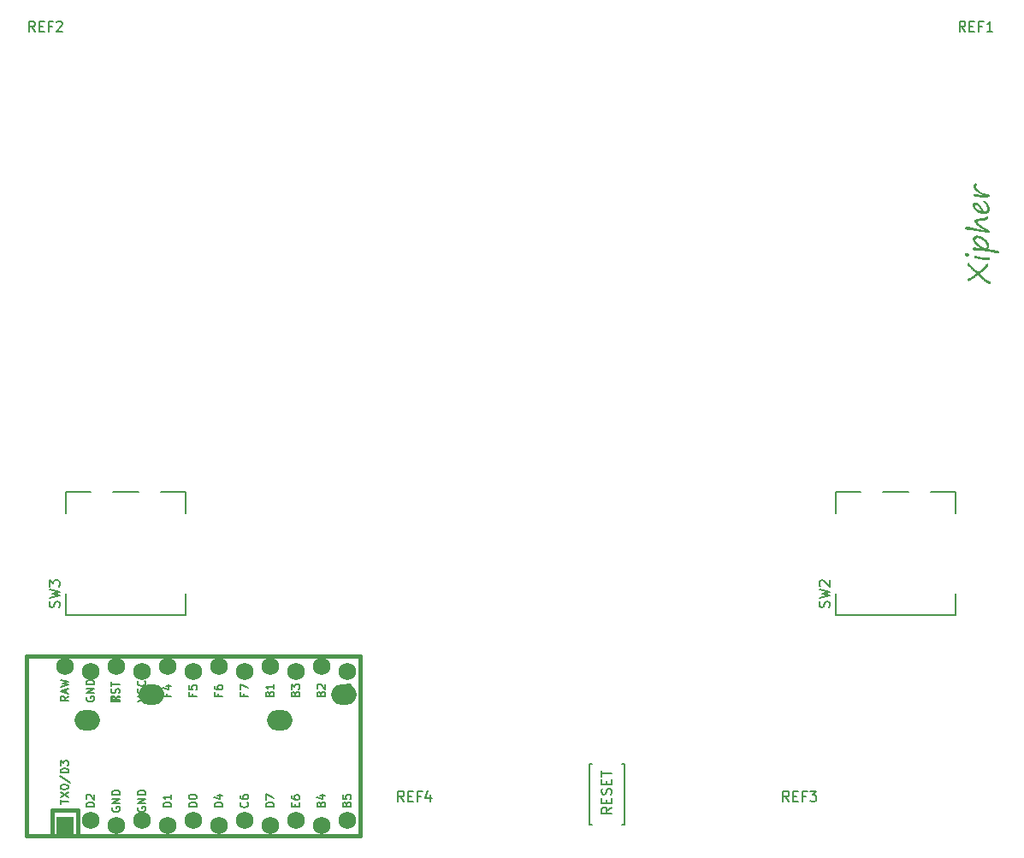
<source format=gto>
G04 #@! TF.GenerationSoftware,KiCad,Pcbnew,(6.0.1)*
G04 #@! TF.CreationDate,2022-02-24T19:14:04+09:00*
G04 #@! TF.ProjectId,xipher_kbd,78697068-6572-45f6-9b62-642e6b696361,rev?*
G04 #@! TF.SameCoordinates,Original*
G04 #@! TF.FileFunction,Legend,Top*
G04 #@! TF.FilePolarity,Positive*
%FSLAX46Y46*%
G04 Gerber Fmt 4.6, Leading zero omitted, Abs format (unit mm)*
G04 Created by KiCad (PCBNEW (6.0.1)) date 2022-02-24 19:14:04*
%MOMM*%
%LPD*%
G01*
G04 APERTURE LIST*
%ADD10C,0.150000*%
%ADD11C,0.200000*%
%ADD12C,0.160000*%
%ADD13C,0.381000*%
%ADD14O,2.500000X2.000000*%
%ADD15C,1.752600*%
%ADD16R,1.752600X1.752600*%
G04 APERTURE END LIST*
D10*
G04 #@! TO.C,REF4*
X70389880Y-124552380D02*
X70056547Y-124076190D01*
X69818452Y-124552380D02*
X69818452Y-123552380D01*
X70199404Y-123552380D01*
X70294642Y-123600000D01*
X70342261Y-123647619D01*
X70389880Y-123742857D01*
X70389880Y-123885714D01*
X70342261Y-123980952D01*
X70294642Y-124028571D01*
X70199404Y-124076190D01*
X69818452Y-124076190D01*
X70818452Y-124028571D02*
X71151785Y-124028571D01*
X71294642Y-124552380D02*
X70818452Y-124552380D01*
X70818452Y-123552380D01*
X71294642Y-123552380D01*
X72056547Y-124028571D02*
X71723214Y-124028571D01*
X71723214Y-124552380D02*
X71723214Y-123552380D01*
X72199404Y-123552380D01*
X73008928Y-123885714D02*
X73008928Y-124552380D01*
X72770833Y-123504761D02*
X72532738Y-124219047D01*
X73151785Y-124219047D01*
G04 #@! TO.C,REF3*
X108489880Y-124552380D02*
X108156547Y-124076190D01*
X107918452Y-124552380D02*
X107918452Y-123552380D01*
X108299404Y-123552380D01*
X108394642Y-123600000D01*
X108442261Y-123647619D01*
X108489880Y-123742857D01*
X108489880Y-123885714D01*
X108442261Y-123980952D01*
X108394642Y-124028571D01*
X108299404Y-124076190D01*
X107918452Y-124076190D01*
X108918452Y-124028571D02*
X109251785Y-124028571D01*
X109394642Y-124552380D02*
X108918452Y-124552380D01*
X108918452Y-123552380D01*
X109394642Y-123552380D01*
X110156547Y-124028571D02*
X109823214Y-124028571D01*
X109823214Y-124552380D02*
X109823214Y-123552380D01*
X110299404Y-123552380D01*
X110585119Y-123552380D02*
X111204166Y-123552380D01*
X110870833Y-123933333D01*
X111013690Y-123933333D01*
X111108928Y-123980952D01*
X111156547Y-124028571D01*
X111204166Y-124123809D01*
X111204166Y-124361904D01*
X111156547Y-124457142D01*
X111108928Y-124504761D01*
X111013690Y-124552380D01*
X110727976Y-124552380D01*
X110632738Y-124504761D01*
X110585119Y-124457142D01*
G04 #@! TO.C,REF2*
X33877380Y-48352380D02*
X33544047Y-47876190D01*
X33305952Y-48352380D02*
X33305952Y-47352380D01*
X33686904Y-47352380D01*
X33782142Y-47400000D01*
X33829761Y-47447619D01*
X33877380Y-47542857D01*
X33877380Y-47685714D01*
X33829761Y-47780952D01*
X33782142Y-47828571D01*
X33686904Y-47876190D01*
X33305952Y-47876190D01*
X34305952Y-47828571D02*
X34639285Y-47828571D01*
X34782142Y-48352380D02*
X34305952Y-48352380D01*
X34305952Y-47352380D01*
X34782142Y-47352380D01*
X35544047Y-47828571D02*
X35210714Y-47828571D01*
X35210714Y-48352380D02*
X35210714Y-47352380D01*
X35686904Y-47352380D01*
X36020238Y-47447619D02*
X36067857Y-47400000D01*
X36163095Y-47352380D01*
X36401190Y-47352380D01*
X36496428Y-47400000D01*
X36544047Y-47447619D01*
X36591666Y-47542857D01*
X36591666Y-47638095D01*
X36544047Y-47780952D01*
X35972619Y-48352380D01*
X36591666Y-48352380D01*
G04 #@! TO.C,REF1*
X125952380Y-48352380D02*
X125619047Y-47876190D01*
X125380952Y-48352380D02*
X125380952Y-47352380D01*
X125761904Y-47352380D01*
X125857142Y-47400000D01*
X125904761Y-47447619D01*
X125952380Y-47542857D01*
X125952380Y-47685714D01*
X125904761Y-47780952D01*
X125857142Y-47828571D01*
X125761904Y-47876190D01*
X125380952Y-47876190D01*
X126380952Y-47828571D02*
X126714285Y-47828571D01*
X126857142Y-48352380D02*
X126380952Y-48352380D01*
X126380952Y-47352380D01*
X126857142Y-47352380D01*
X127619047Y-47828571D02*
X127285714Y-47828571D01*
X127285714Y-48352380D02*
X127285714Y-47352380D01*
X127761904Y-47352380D01*
X128666666Y-48352380D02*
X128095238Y-48352380D01*
X128380952Y-48352380D02*
X128380952Y-47352380D01*
X128285714Y-47495238D01*
X128190476Y-47590476D01*
X128095238Y-47638095D01*
D11*
G04 #@! TO.C,SW2*
X112467261Y-105345833D02*
X112514880Y-105202976D01*
X112514880Y-104964880D01*
X112467261Y-104869642D01*
X112419642Y-104822023D01*
X112324404Y-104774404D01*
X112229166Y-104774404D01*
X112133928Y-104822023D01*
X112086309Y-104869642D01*
X112038690Y-104964880D01*
X111991071Y-105155357D01*
X111943452Y-105250595D01*
X111895833Y-105298214D01*
X111800595Y-105345833D01*
X111705357Y-105345833D01*
X111610119Y-105298214D01*
X111562500Y-105250595D01*
X111514880Y-105155357D01*
X111514880Y-104917261D01*
X111562500Y-104774404D01*
X111514880Y-104441071D02*
X112514880Y-104202976D01*
X111800595Y-104012500D01*
X112514880Y-103822023D01*
X111514880Y-103583928D01*
X111610119Y-103250595D02*
X111562500Y-103202976D01*
X111514880Y-103107738D01*
X111514880Y-102869642D01*
X111562500Y-102774404D01*
X111610119Y-102726785D01*
X111705357Y-102679166D01*
X111800595Y-102679166D01*
X111943452Y-102726785D01*
X112514880Y-103298214D01*
X112514880Y-102679166D01*
G04 #@! TO.C,SW3*
X36267261Y-105345833D02*
X36314880Y-105202976D01*
X36314880Y-104964880D01*
X36267261Y-104869642D01*
X36219642Y-104822023D01*
X36124404Y-104774404D01*
X36029166Y-104774404D01*
X35933928Y-104822023D01*
X35886309Y-104869642D01*
X35838690Y-104964880D01*
X35791071Y-105155357D01*
X35743452Y-105250595D01*
X35695833Y-105298214D01*
X35600595Y-105345833D01*
X35505357Y-105345833D01*
X35410119Y-105298214D01*
X35362500Y-105250595D01*
X35314880Y-105155357D01*
X35314880Y-104917261D01*
X35362500Y-104774404D01*
X35314880Y-104441071D02*
X36314880Y-104202976D01*
X35600595Y-104012500D01*
X36314880Y-103822023D01*
X35314880Y-103583928D01*
X35314880Y-103298214D02*
X35314880Y-102679166D01*
X35695833Y-103012500D01*
X35695833Y-102869642D01*
X35743452Y-102774404D01*
X35791071Y-102726785D01*
X35886309Y-102679166D01*
X36124404Y-102679166D01*
X36219642Y-102726785D01*
X36267261Y-102774404D01*
X36314880Y-102869642D01*
X36314880Y-103155357D01*
X36267261Y-103250595D01*
X36219642Y-103298214D01*
D10*
G04 #@! TO.C,U1*
X36391904Y-124824848D02*
X36391904Y-124367705D01*
X37191904Y-124596276D02*
X36391904Y-124596276D01*
X36391904Y-124177229D02*
X37191904Y-123643895D01*
X36391904Y-123643895D02*
X37191904Y-124177229D01*
X36391904Y-123186752D02*
X36391904Y-123110562D01*
X36430000Y-123034372D01*
X36468095Y-122996276D01*
X36544285Y-122958181D01*
X36696666Y-122920086D01*
X36887142Y-122920086D01*
X37039523Y-122958181D01*
X37115714Y-122996276D01*
X37153809Y-123034372D01*
X37191904Y-123110562D01*
X37191904Y-123186752D01*
X37153809Y-123262943D01*
X37115714Y-123301038D01*
X37039523Y-123339133D01*
X36887142Y-123377229D01*
X36696666Y-123377229D01*
X36544285Y-123339133D01*
X36468095Y-123301038D01*
X36430000Y-123262943D01*
X36391904Y-123186752D01*
X36353809Y-122005800D02*
X37382380Y-122691514D01*
X37191904Y-121739133D02*
X36391904Y-121739133D01*
X36391904Y-121548657D01*
X36430000Y-121434372D01*
X36506190Y-121358181D01*
X36582380Y-121320086D01*
X36734761Y-121281991D01*
X36849047Y-121281991D01*
X37001428Y-121320086D01*
X37077619Y-121358181D01*
X37153809Y-121434372D01*
X37191904Y-121548657D01*
X37191904Y-121739133D01*
X36391904Y-121015324D02*
X36391904Y-120520086D01*
X36696666Y-120786752D01*
X36696666Y-120672467D01*
X36734761Y-120596276D01*
X36772857Y-120558181D01*
X36849047Y-120520086D01*
X37039523Y-120520086D01*
X37115714Y-120558181D01*
X37153809Y-120596276D01*
X37191904Y-120672467D01*
X37191904Y-120901038D01*
X37153809Y-120977229D01*
X37115714Y-121015324D01*
X39731904Y-125113976D02*
X38931904Y-125113976D01*
X38931904Y-124923500D01*
X38970000Y-124809214D01*
X39046190Y-124733023D01*
X39122380Y-124694928D01*
X39274761Y-124656833D01*
X39389047Y-124656833D01*
X39541428Y-124694928D01*
X39617619Y-124733023D01*
X39693809Y-124809214D01*
X39731904Y-124923500D01*
X39731904Y-125113976D01*
X39008095Y-124352071D02*
X38970000Y-124313976D01*
X38931904Y-124237785D01*
X38931904Y-124047309D01*
X38970000Y-123971119D01*
X39008095Y-123933023D01*
X39084285Y-123894928D01*
X39160476Y-123894928D01*
X39274761Y-123933023D01*
X39731904Y-124390166D01*
X39731904Y-123894928D01*
X49891904Y-125113976D02*
X49091904Y-125113976D01*
X49091904Y-124923500D01*
X49130000Y-124809214D01*
X49206190Y-124733023D01*
X49282380Y-124694928D01*
X49434761Y-124656833D01*
X49549047Y-124656833D01*
X49701428Y-124694928D01*
X49777619Y-124733023D01*
X49853809Y-124809214D01*
X49891904Y-124923500D01*
X49891904Y-125113976D01*
X49091904Y-124161595D02*
X49091904Y-124085404D01*
X49130000Y-124009214D01*
X49168095Y-123971119D01*
X49244285Y-123933023D01*
X49396666Y-123894928D01*
X49587142Y-123894928D01*
X49739523Y-123933023D01*
X49815714Y-123971119D01*
X49853809Y-124009214D01*
X49891904Y-124085404D01*
X49891904Y-124161595D01*
X49853809Y-124237785D01*
X49815714Y-124275880D01*
X49739523Y-124313976D01*
X49587142Y-124352071D01*
X49396666Y-124352071D01*
X49244285Y-124313976D01*
X49168095Y-124275880D01*
X49130000Y-124237785D01*
X49091904Y-124161595D01*
X47351904Y-125113976D02*
X46551904Y-125113976D01*
X46551904Y-124923500D01*
X46590000Y-124809214D01*
X46666190Y-124733023D01*
X46742380Y-124694928D01*
X46894761Y-124656833D01*
X47009047Y-124656833D01*
X47161428Y-124694928D01*
X47237619Y-124733023D01*
X47313809Y-124809214D01*
X47351904Y-124923500D01*
X47351904Y-125113976D01*
X47351904Y-123894928D02*
X47351904Y-124352071D01*
X47351904Y-124123500D02*
X46551904Y-124123500D01*
X46666190Y-124199690D01*
X46742380Y-124275880D01*
X46780476Y-124352071D01*
X44050000Y-125133023D02*
X44011904Y-125209214D01*
X44011904Y-125323500D01*
X44050000Y-125437785D01*
X44126190Y-125513976D01*
X44202380Y-125552071D01*
X44354761Y-125590166D01*
X44469047Y-125590166D01*
X44621428Y-125552071D01*
X44697619Y-125513976D01*
X44773809Y-125437785D01*
X44811904Y-125323500D01*
X44811904Y-125247309D01*
X44773809Y-125133023D01*
X44735714Y-125094928D01*
X44469047Y-125094928D01*
X44469047Y-125247309D01*
X44811904Y-124752071D02*
X44011904Y-124752071D01*
X44811904Y-124294928D01*
X44011904Y-124294928D01*
X44811904Y-123913976D02*
X44011904Y-123913976D01*
X44011904Y-123723500D01*
X44050000Y-123609214D01*
X44126190Y-123533023D01*
X44202380Y-123494928D01*
X44354761Y-123456833D01*
X44469047Y-123456833D01*
X44621428Y-123494928D01*
X44697619Y-123533023D01*
X44773809Y-123609214D01*
X44811904Y-123723500D01*
X44811904Y-123913976D01*
X41510000Y-125133023D02*
X41471904Y-125209214D01*
X41471904Y-125323500D01*
X41510000Y-125437785D01*
X41586190Y-125513976D01*
X41662380Y-125552071D01*
X41814761Y-125590166D01*
X41929047Y-125590166D01*
X42081428Y-125552071D01*
X42157619Y-125513976D01*
X42233809Y-125437785D01*
X42271904Y-125323500D01*
X42271904Y-125247309D01*
X42233809Y-125133023D01*
X42195714Y-125094928D01*
X41929047Y-125094928D01*
X41929047Y-125247309D01*
X42271904Y-124752071D02*
X41471904Y-124752071D01*
X42271904Y-124294928D01*
X41471904Y-124294928D01*
X42271904Y-123913976D02*
X41471904Y-123913976D01*
X41471904Y-123723500D01*
X41510000Y-123609214D01*
X41586190Y-123533023D01*
X41662380Y-123494928D01*
X41814761Y-123456833D01*
X41929047Y-123456833D01*
X42081428Y-123494928D01*
X42157619Y-123533023D01*
X42233809Y-123609214D01*
X42271904Y-123723500D01*
X42271904Y-123913976D01*
X52431904Y-125113976D02*
X51631904Y-125113976D01*
X51631904Y-124923500D01*
X51670000Y-124809214D01*
X51746190Y-124733023D01*
X51822380Y-124694928D01*
X51974761Y-124656833D01*
X52089047Y-124656833D01*
X52241428Y-124694928D01*
X52317619Y-124733023D01*
X52393809Y-124809214D01*
X52431904Y-124923500D01*
X52431904Y-125113976D01*
X51898571Y-123971119D02*
X52431904Y-123971119D01*
X51593809Y-124161595D02*
X52165238Y-124352071D01*
X52165238Y-123856833D01*
X54895714Y-124656833D02*
X54933809Y-124694928D01*
X54971904Y-124809214D01*
X54971904Y-124885404D01*
X54933809Y-124999690D01*
X54857619Y-125075880D01*
X54781428Y-125113976D01*
X54629047Y-125152071D01*
X54514761Y-125152071D01*
X54362380Y-125113976D01*
X54286190Y-125075880D01*
X54210000Y-124999690D01*
X54171904Y-124885404D01*
X54171904Y-124809214D01*
X54210000Y-124694928D01*
X54248095Y-124656833D01*
X54171904Y-123971119D02*
X54171904Y-124123500D01*
X54210000Y-124199690D01*
X54248095Y-124237785D01*
X54362380Y-124313976D01*
X54514761Y-124352071D01*
X54819523Y-124352071D01*
X54895714Y-124313976D01*
X54933809Y-124275880D01*
X54971904Y-124199690D01*
X54971904Y-124047309D01*
X54933809Y-123971119D01*
X54895714Y-123933023D01*
X54819523Y-123894928D01*
X54629047Y-123894928D01*
X54552857Y-123933023D01*
X54514761Y-123971119D01*
X54476666Y-124047309D01*
X54476666Y-124199690D01*
X54514761Y-124275880D01*
X54552857Y-124313976D01*
X54629047Y-124352071D01*
X57511904Y-125113976D02*
X56711904Y-125113976D01*
X56711904Y-124923500D01*
X56750000Y-124809214D01*
X56826190Y-124733023D01*
X56902380Y-124694928D01*
X57054761Y-124656833D01*
X57169047Y-124656833D01*
X57321428Y-124694928D01*
X57397619Y-124733023D01*
X57473809Y-124809214D01*
X57511904Y-124923500D01*
X57511904Y-125113976D01*
X56711904Y-124390166D02*
X56711904Y-123856833D01*
X57511904Y-124199690D01*
X59632857Y-125075880D02*
X59632857Y-124809214D01*
X60051904Y-124694928D02*
X60051904Y-125075880D01*
X59251904Y-125075880D01*
X59251904Y-124694928D01*
X59251904Y-124009214D02*
X59251904Y-124161595D01*
X59290000Y-124237785D01*
X59328095Y-124275880D01*
X59442380Y-124352071D01*
X59594761Y-124390166D01*
X59899523Y-124390166D01*
X59975714Y-124352071D01*
X60013809Y-124313976D01*
X60051904Y-124237785D01*
X60051904Y-124085404D01*
X60013809Y-124009214D01*
X59975714Y-123971119D01*
X59899523Y-123933023D01*
X59709047Y-123933023D01*
X59632857Y-123971119D01*
X59594761Y-124009214D01*
X59556666Y-124085404D01*
X59556666Y-124237785D01*
X59594761Y-124313976D01*
X59632857Y-124352071D01*
X59709047Y-124390166D01*
X62172857Y-124847309D02*
X62210952Y-124733023D01*
X62249047Y-124694928D01*
X62325238Y-124656833D01*
X62439523Y-124656833D01*
X62515714Y-124694928D01*
X62553809Y-124733023D01*
X62591904Y-124809214D01*
X62591904Y-125113976D01*
X61791904Y-125113976D01*
X61791904Y-124847309D01*
X61830000Y-124771119D01*
X61868095Y-124733023D01*
X61944285Y-124694928D01*
X62020476Y-124694928D01*
X62096666Y-124733023D01*
X62134761Y-124771119D01*
X62172857Y-124847309D01*
X62172857Y-125113976D01*
X62058571Y-123971119D02*
X62591904Y-123971119D01*
X61753809Y-124161595D02*
X62325238Y-124352071D01*
X62325238Y-123856833D01*
X64712857Y-124847309D02*
X64750952Y-124733023D01*
X64789047Y-124694928D01*
X64865238Y-124656833D01*
X64979523Y-124656833D01*
X65055714Y-124694928D01*
X65093809Y-124733023D01*
X65131904Y-124809214D01*
X65131904Y-125113976D01*
X64331904Y-125113976D01*
X64331904Y-124847309D01*
X64370000Y-124771119D01*
X64408095Y-124733023D01*
X64484285Y-124694928D01*
X64560476Y-124694928D01*
X64636666Y-124733023D01*
X64674761Y-124771119D01*
X64712857Y-124847309D01*
X64712857Y-125113976D01*
X64331904Y-123933023D02*
X64331904Y-124313976D01*
X64712857Y-124352071D01*
X64674761Y-124313976D01*
X64636666Y-124237785D01*
X64636666Y-124047309D01*
X64674761Y-123971119D01*
X64712857Y-123933023D01*
X64789047Y-123894928D01*
X64979523Y-123894928D01*
X65055714Y-123933023D01*
X65093809Y-123971119D01*
X65131904Y-124047309D01*
X65131904Y-124237785D01*
X65093809Y-124313976D01*
X65055714Y-124352071D01*
X64712857Y-113925309D02*
X64750952Y-113811023D01*
X64789047Y-113772928D01*
X64865238Y-113734833D01*
X64979523Y-113734833D01*
X65055714Y-113772928D01*
X65093809Y-113811023D01*
X65131904Y-113887214D01*
X65131904Y-114191976D01*
X64331904Y-114191976D01*
X64331904Y-113925309D01*
X64370000Y-113849119D01*
X64408095Y-113811023D01*
X64484285Y-113772928D01*
X64560476Y-113772928D01*
X64636666Y-113811023D01*
X64674761Y-113849119D01*
X64712857Y-113925309D01*
X64712857Y-114191976D01*
X64331904Y-113049119D02*
X64331904Y-113201500D01*
X64370000Y-113277690D01*
X64408095Y-113315785D01*
X64522380Y-113391976D01*
X64674761Y-113430071D01*
X64979523Y-113430071D01*
X65055714Y-113391976D01*
X65093809Y-113353880D01*
X65131904Y-113277690D01*
X65131904Y-113125309D01*
X65093809Y-113049119D01*
X65055714Y-113011023D01*
X64979523Y-112972928D01*
X64789047Y-112972928D01*
X64712857Y-113011023D01*
X64674761Y-113049119D01*
X64636666Y-113125309D01*
X64636666Y-113277690D01*
X64674761Y-113353880D01*
X64712857Y-113391976D01*
X64789047Y-113430071D01*
X59632857Y-113925309D02*
X59670952Y-113811023D01*
X59709047Y-113772928D01*
X59785238Y-113734833D01*
X59899523Y-113734833D01*
X59975714Y-113772928D01*
X60013809Y-113811023D01*
X60051904Y-113887214D01*
X60051904Y-114191976D01*
X59251904Y-114191976D01*
X59251904Y-113925309D01*
X59290000Y-113849119D01*
X59328095Y-113811023D01*
X59404285Y-113772928D01*
X59480476Y-113772928D01*
X59556666Y-113811023D01*
X59594761Y-113849119D01*
X59632857Y-113925309D01*
X59632857Y-114191976D01*
X59251904Y-113468166D02*
X59251904Y-112972928D01*
X59556666Y-113239595D01*
X59556666Y-113125309D01*
X59594761Y-113049119D01*
X59632857Y-113011023D01*
X59709047Y-112972928D01*
X59899523Y-112972928D01*
X59975714Y-113011023D01*
X60013809Y-113049119D01*
X60051904Y-113125309D01*
X60051904Y-113353880D01*
X60013809Y-113430071D01*
X59975714Y-113468166D01*
X57092857Y-113925309D02*
X57130952Y-113811023D01*
X57169047Y-113772928D01*
X57245238Y-113734833D01*
X57359523Y-113734833D01*
X57435714Y-113772928D01*
X57473809Y-113811023D01*
X57511904Y-113887214D01*
X57511904Y-114191976D01*
X56711904Y-114191976D01*
X56711904Y-113925309D01*
X56750000Y-113849119D01*
X56788095Y-113811023D01*
X56864285Y-113772928D01*
X56940476Y-113772928D01*
X57016666Y-113811023D01*
X57054761Y-113849119D01*
X57092857Y-113925309D01*
X57092857Y-114191976D01*
X57511904Y-112972928D02*
X57511904Y-113430071D01*
X57511904Y-113201500D02*
X56711904Y-113201500D01*
X56826190Y-113277690D01*
X56902380Y-113353880D01*
X56940476Y-113430071D01*
X46932857Y-113868166D02*
X46932857Y-114134833D01*
X47351904Y-114134833D02*
X46551904Y-114134833D01*
X46551904Y-113753880D01*
X46818571Y-113106261D02*
X47351904Y-113106261D01*
X46513809Y-113296738D02*
X47085238Y-113487214D01*
X47085238Y-112991976D01*
X44011904Y-114668166D02*
X44811904Y-114401500D01*
X44011904Y-114134833D01*
X44735714Y-113411023D02*
X44773809Y-113449119D01*
X44811904Y-113563404D01*
X44811904Y-113639595D01*
X44773809Y-113753880D01*
X44697619Y-113830071D01*
X44621428Y-113868166D01*
X44469047Y-113906261D01*
X44354761Y-113906261D01*
X44202380Y-113868166D01*
X44126190Y-113830071D01*
X44050000Y-113753880D01*
X44011904Y-113639595D01*
X44011904Y-113563404D01*
X44050000Y-113449119D01*
X44088095Y-113411023D01*
X44735714Y-112611023D02*
X44773809Y-112649119D01*
X44811904Y-112763404D01*
X44811904Y-112839595D01*
X44773809Y-112953880D01*
X44697619Y-113030071D01*
X44621428Y-113068166D01*
X44469047Y-113106261D01*
X44354761Y-113106261D01*
X44202380Y-113068166D01*
X44126190Y-113030071D01*
X44050000Y-112953880D01*
X44011904Y-112839595D01*
X44011904Y-112763404D01*
X44050000Y-112649119D01*
X44088095Y-112611023D01*
X42203809Y-113862713D02*
X42241904Y-113748427D01*
X42241904Y-113557951D01*
X42203809Y-113481760D01*
X42165714Y-113443665D01*
X42089523Y-113405570D01*
X42013333Y-113405570D01*
X41937142Y-113443665D01*
X41899047Y-113481760D01*
X41860952Y-113557951D01*
X41822857Y-113710332D01*
X41784761Y-113786522D01*
X41746666Y-113824618D01*
X41670476Y-113862713D01*
X41594285Y-113862713D01*
X41518095Y-113824618D01*
X41480000Y-113786522D01*
X41441904Y-113710332D01*
X41441904Y-113519856D01*
X41480000Y-113405570D01*
X41441904Y-113176999D02*
X41441904Y-112719856D01*
X42241904Y-112948427D02*
X41441904Y-112948427D01*
X38970000Y-114211023D02*
X38931904Y-114287214D01*
X38931904Y-114401500D01*
X38970000Y-114515785D01*
X39046190Y-114591976D01*
X39122380Y-114630071D01*
X39274761Y-114668166D01*
X39389047Y-114668166D01*
X39541428Y-114630071D01*
X39617619Y-114591976D01*
X39693809Y-114515785D01*
X39731904Y-114401500D01*
X39731904Y-114325309D01*
X39693809Y-114211023D01*
X39655714Y-114172928D01*
X39389047Y-114172928D01*
X39389047Y-114325309D01*
X39731904Y-113830071D02*
X38931904Y-113830071D01*
X39731904Y-113372928D01*
X38931904Y-113372928D01*
X39731904Y-112991976D02*
X38931904Y-112991976D01*
X38931904Y-112801500D01*
X38970000Y-112687214D01*
X39046190Y-112611023D01*
X39122380Y-112572928D01*
X39274761Y-112534833D01*
X39389047Y-112534833D01*
X39541428Y-112572928D01*
X39617619Y-112611023D01*
X39693809Y-112687214D01*
X39731904Y-112801500D01*
X39731904Y-112991976D01*
X37191904Y-114153880D02*
X36810952Y-114420547D01*
X37191904Y-114611023D02*
X36391904Y-114611023D01*
X36391904Y-114306261D01*
X36430000Y-114230071D01*
X36468095Y-114191976D01*
X36544285Y-114153880D01*
X36658571Y-114153880D01*
X36734761Y-114191976D01*
X36772857Y-114230071D01*
X36810952Y-114306261D01*
X36810952Y-114611023D01*
X36963333Y-113849119D02*
X36963333Y-113468166D01*
X37191904Y-113925309D02*
X36391904Y-113658642D01*
X37191904Y-113391976D01*
X36391904Y-113201500D02*
X37191904Y-113011023D01*
X36620476Y-112858642D01*
X37191904Y-112706261D01*
X36391904Y-112515785D01*
X49472857Y-113868166D02*
X49472857Y-114134833D01*
X49891904Y-114134833D02*
X49091904Y-114134833D01*
X49091904Y-113753880D01*
X49091904Y-113068166D02*
X49091904Y-113449119D01*
X49472857Y-113487214D01*
X49434761Y-113449119D01*
X49396666Y-113372928D01*
X49396666Y-113182452D01*
X49434761Y-113106261D01*
X49472857Y-113068166D01*
X49549047Y-113030071D01*
X49739523Y-113030071D01*
X49815714Y-113068166D01*
X49853809Y-113106261D01*
X49891904Y-113182452D01*
X49891904Y-113372928D01*
X49853809Y-113449119D01*
X49815714Y-113487214D01*
X52012857Y-113868166D02*
X52012857Y-114134833D01*
X52431904Y-114134833D02*
X51631904Y-114134833D01*
X51631904Y-113753880D01*
X51631904Y-113106261D02*
X51631904Y-113258642D01*
X51670000Y-113334833D01*
X51708095Y-113372928D01*
X51822380Y-113449119D01*
X51974761Y-113487214D01*
X52279523Y-113487214D01*
X52355714Y-113449119D01*
X52393809Y-113411023D01*
X52431904Y-113334833D01*
X52431904Y-113182452D01*
X52393809Y-113106261D01*
X52355714Y-113068166D01*
X52279523Y-113030071D01*
X52089047Y-113030071D01*
X52012857Y-113068166D01*
X51974761Y-113106261D01*
X51936666Y-113182452D01*
X51936666Y-113334833D01*
X51974761Y-113411023D01*
X52012857Y-113449119D01*
X52089047Y-113487214D01*
X54552857Y-113868166D02*
X54552857Y-114134833D01*
X54971904Y-114134833D02*
X54171904Y-114134833D01*
X54171904Y-113753880D01*
X54171904Y-113525309D02*
X54171904Y-112991976D01*
X54971904Y-113334833D01*
X62172857Y-113925309D02*
X62210952Y-113811023D01*
X62249047Y-113772928D01*
X62325238Y-113734833D01*
X62439523Y-113734833D01*
X62515714Y-113772928D01*
X62553809Y-113811023D01*
X62591904Y-113887214D01*
X62591904Y-114191976D01*
X61791904Y-114191976D01*
X61791904Y-113925309D01*
X61830000Y-113849119D01*
X61868095Y-113811023D01*
X61944285Y-113772928D01*
X62020476Y-113772928D01*
X62096666Y-113811023D01*
X62134761Y-113849119D01*
X62172857Y-113925309D01*
X62172857Y-114191976D01*
X61868095Y-113430071D02*
X61830000Y-113391976D01*
X61791904Y-113315785D01*
X61791904Y-113125309D01*
X61830000Y-113049119D01*
X61868095Y-113011023D01*
X61944285Y-112972928D01*
X62020476Y-112972928D01*
X62134761Y-113011023D01*
X62591904Y-113468166D01*
X62591904Y-112972928D01*
G04 #@! TO.C,SW1*
X90939880Y-125150380D02*
X90463690Y-125483714D01*
X90939880Y-125721809D02*
X89939880Y-125721809D01*
X89939880Y-125340857D01*
X89987500Y-125245619D01*
X90035119Y-125198000D01*
X90130357Y-125150380D01*
X90273214Y-125150380D01*
X90368452Y-125198000D01*
X90416071Y-125245619D01*
X90463690Y-125340857D01*
X90463690Y-125721809D01*
X90416071Y-124721809D02*
X90416071Y-124388476D01*
X90939880Y-124245619D02*
X90939880Y-124721809D01*
X89939880Y-124721809D01*
X89939880Y-124245619D01*
X90892261Y-123864666D02*
X90939880Y-123721809D01*
X90939880Y-123483714D01*
X90892261Y-123388476D01*
X90844642Y-123340857D01*
X90749404Y-123293238D01*
X90654166Y-123293238D01*
X90558928Y-123340857D01*
X90511309Y-123388476D01*
X90463690Y-123483714D01*
X90416071Y-123674190D01*
X90368452Y-123769428D01*
X90320833Y-123817047D01*
X90225595Y-123864666D01*
X90130357Y-123864666D01*
X90035119Y-123817047D01*
X89987500Y-123769428D01*
X89939880Y-123674190D01*
X89939880Y-123436095D01*
X89987500Y-123293238D01*
X90416071Y-122864666D02*
X90416071Y-122531333D01*
X90939880Y-122388476D02*
X90939880Y-122864666D01*
X89939880Y-122864666D01*
X89939880Y-122388476D01*
X89939880Y-122102761D02*
X89939880Y-121531333D01*
X90939880Y-121817047D02*
X89939880Y-121817047D01*
G04 #@! TO.C,G1*
G36*
X127680680Y-70065995D02*
G01*
X127522173Y-70051614D01*
X127453514Y-70046605D01*
X127413377Y-70043997D01*
X127375808Y-70041779D01*
X127339814Y-70039917D01*
X127304406Y-70038382D01*
X127268589Y-70037142D01*
X127231373Y-70036166D01*
X127191766Y-70035423D01*
X127148775Y-70034881D01*
X127101409Y-70034509D01*
X127062886Y-70034325D01*
X127022492Y-70034154D01*
X126987646Y-70033937D01*
X126957793Y-70033638D01*
X126932378Y-70033218D01*
X126910846Y-70032640D01*
X126892642Y-70031866D01*
X126877210Y-70030858D01*
X126863994Y-70029579D01*
X126852441Y-70027991D01*
X126841994Y-70026056D01*
X126832099Y-70023737D01*
X126822200Y-70020995D01*
X126811742Y-70017793D01*
X126809588Y-70017111D01*
X126777295Y-70004238D01*
X126748194Y-69987393D01*
X126722759Y-69967095D01*
X126701467Y-69943863D01*
X126684791Y-69918216D01*
X126673208Y-69890671D01*
X126667194Y-69861765D01*
X126667077Y-69843625D01*
X126671260Y-69828051D01*
X126680318Y-69813680D01*
X126692787Y-69800938D01*
X126706672Y-69789753D01*
X126721901Y-69779919D01*
X126738765Y-69771432D01*
X126757554Y-69764286D01*
X126778560Y-69758476D01*
X126802075Y-69753997D01*
X126828388Y-69750844D01*
X126857792Y-69749011D01*
X126890578Y-69748493D01*
X126927036Y-69749285D01*
X126967457Y-69751382D01*
X127012134Y-69754778D01*
X127061356Y-69759468D01*
X127115416Y-69765446D01*
X127174604Y-69772709D01*
X127239211Y-69781249D01*
X127301701Y-69789949D01*
X127332958Y-69794369D01*
X127363004Y-69798584D01*
X127391179Y-69802503D01*
X127416824Y-69806035D01*
X127439276Y-69809091D01*
X127457876Y-69811580D01*
X127471964Y-69813412D01*
X127480878Y-69814497D01*
X127482506Y-69814669D01*
X127503869Y-69816749D01*
X127444359Y-69780900D01*
X127352409Y-69723376D01*
X127265968Y-69664920D01*
X127185107Y-69605596D01*
X127109898Y-69545465D01*
X127040409Y-69484591D01*
X126976713Y-69423035D01*
X126918880Y-69360860D01*
X126866980Y-69298128D01*
X126821084Y-69234902D01*
X126812294Y-69221688D01*
X126797787Y-69198134D01*
X126782756Y-69171241D01*
X126767966Y-69142573D01*
X126754188Y-69113698D01*
X126742188Y-69086180D01*
X126732734Y-69061584D01*
X126730473Y-69054897D01*
X126722138Y-69027979D01*
X126716015Y-69004681D01*
X126711795Y-68983065D01*
X126710267Y-68970319D01*
X126962177Y-68970319D01*
X126965118Y-69006604D01*
X126973943Y-69044413D01*
X126988652Y-69083746D01*
X127009250Y-69124609D01*
X127035736Y-69167002D01*
X127068114Y-69210929D01*
X127106385Y-69256392D01*
X127150551Y-69303393D01*
X127200615Y-69351937D01*
X127256578Y-69402025D01*
X127318442Y-69453660D01*
X127326865Y-69460444D01*
X127396696Y-69514974D01*
X127463876Y-69564402D01*
X127528361Y-69608705D01*
X127590111Y-69647859D01*
X127649084Y-69681842D01*
X127705238Y-69710630D01*
X127758530Y-69734200D01*
X127808919Y-69752529D01*
X127856364Y-69765594D01*
X127890352Y-69771977D01*
X127919217Y-69775119D01*
X127943783Y-69775109D01*
X127965167Y-69771608D01*
X127984486Y-69764277D01*
X128002858Y-69752778D01*
X128021399Y-69736773D01*
X128027898Y-69730287D01*
X128050209Y-69703236D01*
X128067664Y-69672823D01*
X128080369Y-69638818D01*
X128088424Y-69600992D01*
X128089451Y-69593248D01*
X128090064Y-69581438D01*
X128089790Y-69565534D01*
X128088752Y-69547463D01*
X128087077Y-69529150D01*
X128084889Y-69512519D01*
X128083802Y-69506264D01*
X128073445Y-69466330D01*
X128057398Y-69424722D01*
X128035791Y-69381612D01*
X128008752Y-69337171D01*
X127976410Y-69291570D01*
X127938893Y-69244980D01*
X127896330Y-69197574D01*
X127848850Y-69149522D01*
X127796582Y-69100996D01*
X127747874Y-69058993D01*
X127684851Y-69009353D01*
X127621490Y-68965337D01*
X127557930Y-68927013D01*
X127494312Y-68894449D01*
X127430776Y-68867713D01*
X127367463Y-68846871D01*
X127304512Y-68831993D01*
X127263833Y-68825549D01*
X127238133Y-68823051D01*
X127210355Y-68821690D01*
X127181894Y-68821433D01*
X127154145Y-68822242D01*
X127128502Y-68824083D01*
X127106361Y-68826920D01*
X127091878Y-68829942D01*
X127059389Y-68840902D01*
X127031088Y-68855333D01*
X127007255Y-68872933D01*
X126988168Y-68893398D01*
X126974107Y-68916427D01*
X126965353Y-68941717D01*
X126962184Y-68968964D01*
X126962177Y-68970319D01*
X126710267Y-68970319D01*
X126709172Y-68961190D01*
X126707839Y-68937118D01*
X126707489Y-68909648D01*
X126707985Y-68881512D01*
X126709632Y-68857749D01*
X126712739Y-68836686D01*
X126717615Y-68816650D01*
X126724568Y-68795969D01*
X126731820Y-68777868D01*
X126749555Y-68743132D01*
X126772590Y-68709698D01*
X126800151Y-68678260D01*
X126831467Y-68649512D01*
X126865763Y-68624147D01*
X126902266Y-68602859D01*
X126940205Y-68586341D01*
X126948529Y-68583461D01*
X126969829Y-68576912D01*
X126989871Y-68571904D01*
X127009996Y-68568263D01*
X127031544Y-68565813D01*
X127055854Y-68564379D01*
X127084267Y-68563786D01*
X127099507Y-68563749D01*
X127182247Y-68566918D01*
X127263942Y-68576087D01*
X127344548Y-68591233D01*
X127424018Y-68612333D01*
X127502305Y-68639366D01*
X127579364Y-68672310D01*
X127655149Y-68711141D01*
X127729614Y-68755839D01*
X127802712Y-68806381D01*
X127874398Y-68862744D01*
X127944625Y-68924907D01*
X128013347Y-68992847D01*
X128032728Y-69013347D01*
X128089177Y-69076870D01*
X128139579Y-69139768D01*
X128183956Y-69202079D01*
X128222329Y-69263839D01*
X128254720Y-69325085D01*
X128281150Y-69385853D01*
X128301640Y-69446182D01*
X128315430Y-69502160D01*
X128323810Y-69551144D01*
X128328306Y-69595600D01*
X128328890Y-69635732D01*
X128325531Y-69671744D01*
X128318200Y-69703840D01*
X128306869Y-69732224D01*
X128291508Y-69757101D01*
X128276381Y-69774531D01*
X128257786Y-69791053D01*
X128234104Y-69808684D01*
X128206126Y-69826885D01*
X128174642Y-69845116D01*
X128166034Y-69849766D01*
X128152989Y-69856786D01*
X128142150Y-69862759D01*
X128134519Y-69867122D01*
X128131101Y-69869311D01*
X128131011Y-69869433D01*
X128133882Y-69870693D01*
X128142035Y-69873048D01*
X128154778Y-69876341D01*
X128171419Y-69880414D01*
X128191265Y-69885108D01*
X128213627Y-69890265D01*
X128237810Y-69895727D01*
X128263125Y-69901336D01*
X128288878Y-69906934D01*
X128314379Y-69912363D01*
X128338934Y-69917464D01*
X128358368Y-69921390D01*
X128401149Y-69929734D01*
X128444149Y-69937779D01*
X128488115Y-69945648D01*
X128533795Y-69953463D01*
X128581936Y-69961348D01*
X128633284Y-69969424D01*
X128688587Y-69977816D01*
X128748591Y-69986645D01*
X128802403Y-69994379D01*
X128856892Y-70002155D01*
X128905667Y-70009150D01*
X128949062Y-70015419D01*
X128987409Y-70021014D01*
X129021041Y-70025987D01*
X129050293Y-70030392D01*
X129075495Y-70034279D01*
X129096983Y-70037704D01*
X129115088Y-70040717D01*
X129130144Y-70043372D01*
X129142483Y-70045720D01*
X129152439Y-70047816D01*
X129160345Y-70049712D01*
X129166533Y-70051459D01*
X129169303Y-70052368D01*
X129189592Y-70060862D01*
X129211240Y-70072395D01*
X129232917Y-70086043D01*
X129253293Y-70100878D01*
X129271035Y-70115976D01*
X129284815Y-70130410D01*
X129288663Y-70135425D01*
X129298635Y-70151505D01*
X129304004Y-70166027D01*
X129305131Y-70180985D01*
X129302380Y-70198370D01*
X129301054Y-70203604D01*
X129293980Y-70222759D01*
X129282652Y-70244230D01*
X129267791Y-70266798D01*
X129250801Y-70288450D01*
X129234822Y-70306078D01*
X129220766Y-70318886D01*
X129207749Y-70327475D01*
X129194889Y-70332445D01*
X129183428Y-70334273D01*
X129169919Y-70334676D01*
X129154125Y-70334029D01*
X129135646Y-70332258D01*
X129114080Y-70329293D01*
X129089026Y-70325059D01*
X129060084Y-70319485D01*
X129026850Y-70312498D01*
X128988925Y-70304025D01*
X128945906Y-70293994D01*
X128901586Y-70283352D01*
X128716088Y-70239937D01*
X128534082Y-70200611D01*
X128355690Y-70165392D01*
X128181032Y-70134302D01*
X128010230Y-70107359D01*
X127919217Y-70094933D01*
X127843406Y-70084583D01*
X127680680Y-70065995D01*
G37*
G36*
X126280922Y-71258428D02*
G01*
X126287982Y-71261120D01*
X126298359Y-71267302D01*
X126310526Y-71276224D01*
X126324758Y-71288153D01*
X126341331Y-71303354D01*
X126360519Y-71322090D01*
X126382598Y-71344628D01*
X126407842Y-71371233D01*
X126436526Y-71402168D01*
X126452570Y-71419700D01*
X126482191Y-71451799D01*
X126514850Y-71486480D01*
X126550145Y-71523352D01*
X126587672Y-71562024D01*
X126627030Y-71602105D01*
X126667815Y-71643203D01*
X126709625Y-71684928D01*
X126752058Y-71726888D01*
X126794710Y-71768693D01*
X126837180Y-71809950D01*
X126879065Y-71850269D01*
X126919963Y-71889259D01*
X126959470Y-71926529D01*
X126997184Y-71961687D01*
X127032702Y-71994342D01*
X127065623Y-72024103D01*
X127095543Y-72050579D01*
X127122060Y-72073379D01*
X127143758Y-72091298D01*
X127164195Y-72107305D01*
X127182922Y-72121149D01*
X127199294Y-72132395D01*
X127212666Y-72140605D01*
X127222391Y-72145345D01*
X127225041Y-72146155D01*
X127230884Y-72146526D01*
X127237741Y-72144738D01*
X127247068Y-72140277D01*
X127256041Y-72135173D01*
X127277970Y-72121685D01*
X127301790Y-72105912D01*
X127327787Y-72087632D01*
X127356248Y-72066623D01*
X127387457Y-72042662D01*
X127421700Y-72015527D01*
X127459263Y-71984997D01*
X127500432Y-71950849D01*
X127545492Y-71912860D01*
X127583014Y-71880856D01*
X127626426Y-71843356D01*
X127665311Y-71809063D01*
X127700062Y-71777569D01*
X127731069Y-71748465D01*
X127758723Y-71721343D01*
X127783416Y-71695794D01*
X127805539Y-71671410D01*
X127825483Y-71647782D01*
X127843639Y-71624502D01*
X127860398Y-71601162D01*
X127876152Y-71577352D01*
X127880850Y-71569882D01*
X127897168Y-71543827D01*
X127910959Y-71522302D01*
X127922754Y-71504554D01*
X127933086Y-71489832D01*
X127942489Y-71477384D01*
X127951495Y-71466459D01*
X127960639Y-71456307D01*
X127963722Y-71453054D01*
X127987301Y-71429962D01*
X128012851Y-71407598D01*
X128039161Y-71386885D01*
X128065024Y-71368744D01*
X128089228Y-71354099D01*
X128102000Y-71347584D01*
X128112915Y-71342663D01*
X128120653Y-71340072D01*
X128127511Y-71339445D01*
X128135787Y-71340415D01*
X128140996Y-71341350D01*
X128163407Y-71348492D01*
X128185350Y-71361291D01*
X128206096Y-71379308D01*
X128208788Y-71382141D01*
X128219795Y-71395388D01*
X128227340Y-71408398D01*
X128231977Y-71422789D01*
X128234263Y-71440181D01*
X128234771Y-71457943D01*
X128232049Y-71493161D01*
X128223818Y-71529187D01*
X128209980Y-71566328D01*
X128190435Y-71604891D01*
X128184494Y-71615043D01*
X128172809Y-71633808D01*
X128160842Y-71651455D01*
X128147942Y-71668764D01*
X128133457Y-71686513D01*
X128116734Y-71705483D01*
X128097122Y-71726453D01*
X128073967Y-71750202D01*
X128058054Y-71766158D01*
X128034076Y-71789723D01*
X128009115Y-71813584D01*
X127982856Y-71838009D01*
X127954981Y-71863268D01*
X127925173Y-71889627D01*
X127893114Y-71917355D01*
X127858487Y-71946719D01*
X127820976Y-71977989D01*
X127780263Y-72011431D01*
X127736031Y-72047314D01*
X127687962Y-72085905D01*
X127635740Y-72127474D01*
X127579047Y-72172287D01*
X127555120Y-72191123D01*
X127522555Y-72216747D01*
X127494482Y-72238870D01*
X127470584Y-72257751D01*
X127450543Y-72273648D01*
X127434041Y-72286817D01*
X127420761Y-72297517D01*
X127410385Y-72306006D01*
X127402596Y-72312541D01*
X127397076Y-72317380D01*
X127393507Y-72320781D01*
X127391573Y-72323001D01*
X127390955Y-72324298D01*
X127390953Y-72324357D01*
X127393089Y-72326903D01*
X127399222Y-72333269D01*
X127408941Y-72343053D01*
X127421833Y-72355857D01*
X127437486Y-72371279D01*
X127455488Y-72388918D01*
X127475428Y-72408375D01*
X127496892Y-72429249D01*
X127519470Y-72451139D01*
X127542749Y-72473644D01*
X127566316Y-72496365D01*
X127589761Y-72518900D01*
X127612670Y-72540850D01*
X127634632Y-72561813D01*
X127655235Y-72581390D01*
X127661211Y-72587048D01*
X127723739Y-72645682D01*
X127783269Y-72700472D01*
X127839709Y-72751342D01*
X127892971Y-72798219D01*
X127942962Y-72841029D01*
X127989594Y-72879697D01*
X128032774Y-72914149D01*
X128072412Y-72944312D01*
X128108418Y-72970110D01*
X128140702Y-72991470D01*
X128169172Y-73008318D01*
X128186772Y-73017381D01*
X128196636Y-73021718D01*
X128210635Y-73027387D01*
X128227127Y-73033745D01*
X128244471Y-73040150D01*
X128250030Y-73042139D01*
X128292709Y-73057953D01*
X128329757Y-73073236D01*
X128361586Y-73088306D01*
X128388609Y-73103480D01*
X128411238Y-73119075D01*
X128429888Y-73135409D01*
X128444970Y-73152799D01*
X128456898Y-73171562D01*
X128466084Y-73192015D01*
X128472627Y-73213224D01*
X128476278Y-73231466D01*
X128478869Y-73252174D01*
X128480309Y-73273538D01*
X128480508Y-73293743D01*
X128479375Y-73310978D01*
X128477941Y-73319476D01*
X128471994Y-73339280D01*
X128463977Y-73354847D01*
X128452912Y-73367945D01*
X128449367Y-73371207D01*
X128435288Y-73381453D01*
X128419356Y-73388533D01*
X128400153Y-73392939D01*
X128381159Y-73394890D01*
X128358454Y-73394703D01*
X128334570Y-73391180D01*
X128308935Y-73384119D01*
X128280979Y-73373320D01*
X128250129Y-73358582D01*
X128215815Y-73339705D01*
X128203706Y-73332576D01*
X128163914Y-73307780D01*
X128121578Y-73279379D01*
X128076599Y-73247288D01*
X128028879Y-73211423D01*
X127978321Y-73171700D01*
X127924826Y-73128035D01*
X127868296Y-73080342D01*
X127808632Y-73028538D01*
X127745738Y-72972538D01*
X127679514Y-72912257D01*
X127609864Y-72847612D01*
X127536687Y-72778517D01*
X127459888Y-72704889D01*
X127379367Y-72626643D01*
X127349803Y-72597675D01*
X127321289Y-72569786D01*
X127296724Y-72546005D01*
X127275810Y-72526060D01*
X127258248Y-72509679D01*
X127243738Y-72496587D01*
X127231982Y-72486513D01*
X127222680Y-72479184D01*
X127215533Y-72474326D01*
X127213043Y-72472927D01*
X127207047Y-72470436D01*
X127201586Y-72470458D01*
X127194032Y-72473159D01*
X127191517Y-72474267D01*
X127184558Y-72477728D01*
X127175871Y-72482704D01*
X127165149Y-72489413D01*
X127152086Y-72498072D01*
X127136375Y-72508900D01*
X127117709Y-72522114D01*
X127095782Y-72537931D01*
X127070286Y-72556569D01*
X127040914Y-72578246D01*
X127007360Y-72603178D01*
X126969318Y-72631584D01*
X126963703Y-72635785D01*
X126896654Y-72685845D01*
X126834189Y-72732225D01*
X126776127Y-72775053D01*
X126722283Y-72814460D01*
X126672473Y-72850574D01*
X126626516Y-72883525D01*
X126584227Y-72913443D01*
X126545423Y-72940456D01*
X126509920Y-72964695D01*
X126477536Y-72986288D01*
X126448087Y-73005365D01*
X126421389Y-73022056D01*
X126397260Y-73036489D01*
X126389607Y-73040906D01*
X126368904Y-73052415D01*
X126352091Y-73060845D01*
X126338006Y-73066539D01*
X126325487Y-73069841D01*
X126313368Y-73071094D01*
X126300489Y-73070642D01*
X126292055Y-73069714D01*
X126266383Y-73064748D01*
X126240569Y-73056741D01*
X126215602Y-73046245D01*
X126192469Y-73033810D01*
X126172161Y-73019986D01*
X126155664Y-73005324D01*
X126143968Y-72990374D01*
X126141521Y-72985871D01*
X126135917Y-72967464D01*
X126135898Y-72947460D01*
X126141299Y-72926319D01*
X126151960Y-72904500D01*
X126167717Y-72882462D01*
X126184554Y-72864328D01*
X126198599Y-72851700D01*
X126214978Y-72838958D01*
X126234312Y-72825704D01*
X126257222Y-72811544D01*
X126284327Y-72796083D01*
X126316250Y-72778926D01*
X126329942Y-72771792D01*
X126400381Y-72734087D01*
X126470687Y-72693859D01*
X126541330Y-72650789D01*
X126612782Y-72604558D01*
X126685511Y-72554845D01*
X126759990Y-72501333D01*
X126836687Y-72443701D01*
X126916074Y-72381631D01*
X126976881Y-72332610D01*
X127032784Y-72287001D01*
X127025710Y-72280286D01*
X127021956Y-72276836D01*
X127014179Y-72269776D01*
X127002900Y-72259575D01*
X126988635Y-72246701D01*
X126971906Y-72231624D01*
X126953231Y-72214810D01*
X126933129Y-72196729D01*
X126924030Y-72188551D01*
X126848165Y-72120247D01*
X126776852Y-72055777D01*
X126709981Y-71995032D01*
X126647442Y-71937905D01*
X126589126Y-71884288D01*
X126534923Y-71834075D01*
X126484724Y-71787156D01*
X126438418Y-71743426D01*
X126395898Y-71702775D01*
X126357052Y-71665097D01*
X126321772Y-71630284D01*
X126289947Y-71598229D01*
X126261469Y-71568823D01*
X126236228Y-71541960D01*
X126214114Y-71517531D01*
X126195018Y-71495429D01*
X126178829Y-71475547D01*
X126165440Y-71457777D01*
X126154739Y-71442011D01*
X126146619Y-71428142D01*
X126143654Y-71422233D01*
X126138925Y-71411625D01*
X126136627Y-71403937D01*
X126136357Y-71396684D01*
X126137714Y-71387383D01*
X126137870Y-71386537D01*
X126142819Y-71368447D01*
X126151266Y-71350273D01*
X126163843Y-71330817D01*
X126174413Y-71317059D01*
X126192276Y-71297401D01*
X126211006Y-71281248D01*
X126229919Y-71268937D01*
X126248332Y-71260806D01*
X126265561Y-71257191D01*
X126280922Y-71258428D01*
G37*
G36*
X127037305Y-63400255D02*
G01*
X127045697Y-63401402D01*
X127053261Y-63403619D01*
X127061756Y-63407233D01*
X127068990Y-63410671D01*
X127090721Y-63423007D01*
X127107137Y-63436911D01*
X127118991Y-63453313D01*
X127127038Y-63473143D01*
X127130158Y-63486065D01*
X127132433Y-63512753D01*
X127129269Y-63539970D01*
X127120982Y-63566213D01*
X127108383Y-63589269D01*
X127102019Y-63597700D01*
X127092812Y-63608870D01*
X127082158Y-63621122D01*
X127074470Y-63629579D01*
X127054809Y-63653127D01*
X127040718Y-63675377D01*
X127039417Y-63677938D01*
X127030186Y-63702408D01*
X127026325Y-63727840D01*
X127027882Y-63754496D01*
X127034907Y-63782636D01*
X127047448Y-63812523D01*
X127065555Y-63844416D01*
X127072786Y-63855465D01*
X127095156Y-63885776D01*
X127122760Y-63918270D01*
X127155262Y-63952636D01*
X127192326Y-63988561D01*
X127233617Y-64025732D01*
X127278799Y-64063837D01*
X127327536Y-64102562D01*
X127379493Y-64141595D01*
X127381798Y-64143278D01*
X127468368Y-64203149D01*
X127555831Y-64257060D01*
X127644459Y-64305123D01*
X127734523Y-64347450D01*
X127826295Y-64384152D01*
X127920047Y-64415342D01*
X128016052Y-64441132D01*
X128114580Y-64461632D01*
X128181365Y-64472354D01*
X128212669Y-64477187D01*
X128238924Y-64482129D01*
X128261181Y-64487443D01*
X128280494Y-64493390D01*
X128297913Y-64500232D01*
X128303436Y-64502736D01*
X128327155Y-64516511D01*
X128346160Y-64533556D01*
X128360606Y-64554151D01*
X128370646Y-64578574D01*
X128376435Y-64607106D01*
X128378138Y-64638063D01*
X128377637Y-64654750D01*
X128376065Y-64667098D01*
X128373176Y-64676813D01*
X128372296Y-64678862D01*
X128361079Y-64696388D01*
X128344172Y-64712364D01*
X128321820Y-64726660D01*
X128294270Y-64739148D01*
X128261767Y-64749697D01*
X128224557Y-64758177D01*
X128220500Y-64758922D01*
X128200188Y-64762422D01*
X128180673Y-64765424D01*
X128161301Y-64767962D01*
X128141416Y-64770073D01*
X128120364Y-64771792D01*
X128097489Y-64773154D01*
X128072136Y-64774195D01*
X128043651Y-64774951D01*
X128011377Y-64775457D01*
X127974661Y-64775748D01*
X127932847Y-64775860D01*
X127908230Y-64775859D01*
X127803573Y-64775284D01*
X127704747Y-64773717D01*
X127611558Y-64771149D01*
X127523812Y-64767570D01*
X127441316Y-64762969D01*
X127363875Y-64757336D01*
X127291297Y-64750660D01*
X127223388Y-64742932D01*
X127184488Y-64737742D01*
X127169066Y-64735689D01*
X127149103Y-64733225D01*
X127126131Y-64730526D01*
X127101683Y-64727772D01*
X127077294Y-64725141D01*
X127066995Y-64724071D01*
X127026264Y-64719682D01*
X126991241Y-64715446D01*
X126961534Y-64711302D01*
X126936750Y-64707186D01*
X126916497Y-64703039D01*
X126900383Y-64698797D01*
X126894630Y-64696929D01*
X126868590Y-64684849D01*
X126844134Y-64667733D01*
X126822077Y-64646561D01*
X126803237Y-64622313D01*
X126788433Y-64595967D01*
X126778480Y-64568503D01*
X126775502Y-64554164D01*
X126773779Y-64526104D01*
X126777352Y-64500832D01*
X126785923Y-64478686D01*
X126799199Y-64460005D01*
X126816882Y-64445126D01*
X126838677Y-64434389D01*
X126864289Y-64428131D01*
X126886989Y-64426577D01*
X126900435Y-64426838D01*
X126914053Y-64427711D01*
X126928500Y-64429330D01*
X126944432Y-64431830D01*
X126962505Y-64435344D01*
X126983374Y-64440007D01*
X127007695Y-64445953D01*
X127036126Y-64453316D01*
X127069320Y-64462231D01*
X127093404Y-64468822D01*
X127133857Y-64479405D01*
X127168975Y-64487424D01*
X127198691Y-64492864D01*
X127217001Y-64495206D01*
X127227769Y-64496546D01*
X127242801Y-64498808D01*
X127260376Y-64501715D01*
X127278772Y-64504988D01*
X127285472Y-64506243D01*
X127304775Y-64509601D01*
X127327965Y-64513151D01*
X127352847Y-64516585D01*
X127377226Y-64519595D01*
X127392285Y-64521230D01*
X127416874Y-64523557D01*
X127444813Y-64525930D01*
X127475128Y-64528287D01*
X127506843Y-64530569D01*
X127538986Y-64532714D01*
X127570583Y-64534661D01*
X127600660Y-64536350D01*
X127628243Y-64537719D01*
X127652358Y-64538709D01*
X127672032Y-64539258D01*
X127682398Y-64539348D01*
X127720546Y-64539209D01*
X127705287Y-64531265D01*
X127698323Y-64527847D01*
X127686726Y-64522391D01*
X127671439Y-64515331D01*
X127653410Y-64507103D01*
X127633585Y-64498140D01*
X127616785Y-64490607D01*
X127583034Y-64475268D01*
X127547540Y-64458657D01*
X127511348Y-64441292D01*
X127475502Y-64423693D01*
X127441049Y-64406380D01*
X127409031Y-64389871D01*
X127380496Y-64374686D01*
X127356488Y-64361345D01*
X127355550Y-64360807D01*
X127316371Y-64337350D01*
X127275015Y-64310817D01*
X127232238Y-64281796D01*
X127188795Y-64250872D01*
X127145439Y-64218630D01*
X127102925Y-64185658D01*
X127062009Y-64152540D01*
X127023444Y-64119863D01*
X126987986Y-64088214D01*
X126956389Y-64058177D01*
X126929407Y-64030339D01*
X126928011Y-64028816D01*
X126892521Y-63987751D01*
X126860619Y-63946270D01*
X126832771Y-63905074D01*
X126809444Y-63864865D01*
X126791108Y-63826344D01*
X126788015Y-63818738D01*
X126775593Y-63780536D01*
X126767396Y-63740399D01*
X126763425Y-63699404D01*
X126763678Y-63658629D01*
X126768157Y-63619151D01*
X126776859Y-63582050D01*
X126788063Y-63552111D01*
X126806113Y-63519046D01*
X126828762Y-63488665D01*
X126855261Y-63461621D01*
X126884862Y-63438568D01*
X126916816Y-63420159D01*
X126950375Y-63407047D01*
X126956074Y-63405422D01*
X126975829Y-63401791D01*
X127001175Y-63400029D01*
X127011006Y-63399859D01*
X127026328Y-63399850D01*
X127037305Y-63400255D01*
G37*
G36*
X126930666Y-70548707D02*
G01*
X126947576Y-70550418D01*
X126967492Y-70553715D01*
X126990938Y-70558639D01*
X127018437Y-70565231D01*
X127050511Y-70573531D01*
X127087683Y-70583578D01*
X127104085Y-70588093D01*
X127174099Y-70607234D01*
X127240008Y-70624847D01*
X127301560Y-70640869D01*
X127358506Y-70655238D01*
X127410596Y-70667892D01*
X127457577Y-70678768D01*
X127499202Y-70687804D01*
X127525231Y-70693042D01*
X127598217Y-70705376D01*
X127675801Y-70715122D01*
X127757019Y-70722204D01*
X127840907Y-70726548D01*
X127926502Y-70728079D01*
X127971926Y-70727729D01*
X128005427Y-70727018D01*
X128034319Y-70725987D01*
X128060096Y-70724484D01*
X128084250Y-70722357D01*
X128108275Y-70719453D01*
X128133663Y-70715622D01*
X128161907Y-70710710D01*
X128188994Y-70705625D01*
X128212476Y-70701125D01*
X128230765Y-70697686D01*
X128244666Y-70695235D01*
X128254984Y-70693701D01*
X128262522Y-70693009D01*
X128268087Y-70693087D01*
X128272481Y-70693862D01*
X128276510Y-70695260D01*
X128280979Y-70697209D01*
X128281106Y-70697265D01*
X128294122Y-70704933D01*
X128308812Y-70716707D01*
X128323874Y-70731368D01*
X128338001Y-70747697D01*
X128344844Y-70756866D01*
X128359641Y-70782523D01*
X128369274Y-70809581D01*
X128373501Y-70837070D01*
X128372077Y-70864017D01*
X128371885Y-70865151D01*
X128364670Y-70889591D01*
X128352054Y-70911229D01*
X128334069Y-70930044D01*
X128310747Y-70946018D01*
X128282119Y-70959130D01*
X128248217Y-70969361D01*
X128209072Y-70976691D01*
X128189094Y-70979106D01*
X128171770Y-70980331D01*
X128149455Y-70981066D01*
X128123242Y-70981332D01*
X128094220Y-70981150D01*
X128063483Y-70980543D01*
X128032122Y-70979532D01*
X128001227Y-70978138D01*
X127971891Y-70976384D01*
X127945205Y-70974292D01*
X127944852Y-70974260D01*
X127883850Y-70968239D01*
X127819853Y-70960944D01*
X127752475Y-70952317D01*
X127681328Y-70942299D01*
X127606027Y-70930834D01*
X127526186Y-70917864D01*
X127441419Y-70903331D01*
X127351339Y-70887178D01*
X127311606Y-70879855D01*
X127262948Y-70870882D01*
X127219875Y-70863077D01*
X127181995Y-70856379D01*
X127148914Y-70850728D01*
X127120239Y-70846063D01*
X127095577Y-70842324D01*
X127074536Y-70839448D01*
X127056721Y-70837377D01*
X127041741Y-70836048D01*
X127029201Y-70835402D01*
X127023407Y-70835315D01*
X126987106Y-70833566D01*
X126951995Y-70828534D01*
X126918941Y-70820494D01*
X126888811Y-70809723D01*
X126862471Y-70796497D01*
X126840788Y-70781090D01*
X126834404Y-70775178D01*
X126823011Y-70762647D01*
X126815018Y-70750598D01*
X126809971Y-70737617D01*
X126807417Y-70722286D01*
X126806902Y-70703189D01*
X126807320Y-70690647D01*
X126811272Y-70657424D01*
X126819776Y-70627908D01*
X126832745Y-70602289D01*
X126850092Y-70580756D01*
X126863052Y-70569507D01*
X126872907Y-70562544D01*
X126882630Y-70556926D01*
X126892744Y-70552693D01*
X126903773Y-70549885D01*
X126916239Y-70548543D01*
X126930666Y-70548707D01*
G37*
G36*
X127481257Y-66367465D02*
G01*
X127413433Y-66343608D01*
X127345492Y-66315116D01*
X127298959Y-66293092D01*
X127217925Y-66250035D01*
X127140096Y-66202552D01*
X127065975Y-66151001D01*
X126996063Y-66095737D01*
X126930864Y-66037119D01*
X126910210Y-66016841D01*
X126872260Y-65977152D01*
X126839137Y-65938976D01*
X126810104Y-65901314D01*
X126784424Y-65863168D01*
X126761361Y-65823539D01*
X126746831Y-65795302D01*
X126725797Y-65748690D01*
X126709540Y-65703969D01*
X126697698Y-65659736D01*
X126689910Y-65614588D01*
X126689212Y-65606505D01*
X126903144Y-65606505D01*
X126903808Y-65626847D01*
X126906581Y-65647211D01*
X126908660Y-65656446D01*
X126919342Y-65687897D01*
X126935374Y-65721051D01*
X126956416Y-65755404D01*
X126982127Y-65790452D01*
X127012166Y-65825690D01*
X127046194Y-65860615D01*
X127047313Y-65861691D01*
X127106117Y-65914291D01*
X127167829Y-65961920D01*
X127232731Y-66004739D01*
X127301105Y-66042905D01*
X127373235Y-66076578D01*
X127449402Y-66105916D01*
X127524890Y-66129669D01*
X127542626Y-66134668D01*
X127555331Y-66138145D01*
X127563836Y-66140277D01*
X127568973Y-66141239D01*
X127571572Y-66141205D01*
X127572466Y-66140353D01*
X127572534Y-66139720D01*
X127571025Y-66136599D01*
X127566839Y-66129148D01*
X127560483Y-66118243D01*
X127552468Y-66104759D01*
X127544569Y-66091654D01*
X127496658Y-66014546D01*
X127449826Y-65942969D01*
X127404107Y-65876959D01*
X127359531Y-65816551D01*
X127316133Y-65761781D01*
X127273943Y-65712685D01*
X127232995Y-65669299D01*
X127193320Y-65631658D01*
X127154952Y-65599798D01*
X127117923Y-65573754D01*
X127082264Y-65553563D01*
X127048008Y-65539260D01*
X127041392Y-65537128D01*
X127023023Y-65532941D01*
X127002356Y-65530533D01*
X126981516Y-65529981D01*
X126962628Y-65531361D01*
X126950560Y-65533846D01*
X126935163Y-65541246D01*
X126921340Y-65553047D01*
X126910908Y-65567551D01*
X126908186Y-65573479D01*
X126904600Y-65588083D01*
X126903144Y-65606505D01*
X126689212Y-65606505D01*
X126685814Y-65567123D01*
X126685405Y-65557213D01*
X126684814Y-65535737D01*
X126684749Y-65518907D01*
X126685273Y-65505284D01*
X126686451Y-65493430D01*
X126688346Y-65481905D01*
X126688840Y-65479393D01*
X126697616Y-65445891D01*
X126709933Y-65416415D01*
X126726527Y-65389570D01*
X126748133Y-65363960D01*
X126751604Y-65360390D01*
X126775477Y-65338418D01*
X126799507Y-65321204D01*
X126825448Y-65307720D01*
X126855057Y-65296938D01*
X126864889Y-65294084D01*
X126880393Y-65291131D01*
X126900400Y-65289305D01*
X126923423Y-65288587D01*
X126947970Y-65288957D01*
X126972551Y-65290398D01*
X126995676Y-65292888D01*
X127014058Y-65296020D01*
X127062233Y-65308613D01*
X127109212Y-65325903D01*
X127155293Y-65348085D01*
X127200776Y-65375355D01*
X127245960Y-65407907D01*
X127291143Y-65445937D01*
X127336626Y-65489641D01*
X127377478Y-65533333D01*
X127433893Y-65599468D01*
X127490165Y-65671442D01*
X127546112Y-65748989D01*
X127601551Y-65831844D01*
X127656298Y-65919742D01*
X127710169Y-66012418D01*
X127715904Y-66022660D01*
X127730214Y-66048270D01*
X127741948Y-66069137D01*
X127751479Y-66085863D01*
X127759179Y-66099048D01*
X127765422Y-66109295D01*
X127770579Y-66117204D01*
X127775024Y-66123377D01*
X127779130Y-66128415D01*
X127783268Y-66132919D01*
X127785944Y-66135637D01*
X127796305Y-66144668D01*
X127808049Y-66153010D01*
X127815151Y-66157069D01*
X127822179Y-66160253D01*
X127828857Y-66162376D01*
X127836652Y-66163640D01*
X127847034Y-66164244D01*
X127861472Y-66164390D01*
X127868557Y-66164365D01*
X127910200Y-66161468D01*
X127948942Y-66153247D01*
X127984727Y-66139720D01*
X128017497Y-66120907D01*
X128031828Y-66110256D01*
X128056833Y-66087020D01*
X128077444Y-66060834D01*
X128093794Y-66031356D01*
X128106018Y-65998244D01*
X128114250Y-65961155D01*
X128118625Y-65919747D01*
X128119461Y-65886856D01*
X128116493Y-65830386D01*
X128107945Y-65774108D01*
X128093737Y-65717752D01*
X128073786Y-65661045D01*
X128048010Y-65603719D01*
X128016326Y-65545502D01*
X128015575Y-65544232D01*
X127993514Y-65508732D01*
X127969419Y-65473483D01*
X127942774Y-65437847D01*
X127913065Y-65401182D01*
X127879778Y-65362850D01*
X127842396Y-65322208D01*
X127808889Y-65287286D01*
X127787601Y-65265300D01*
X127770315Y-65247029D01*
X127756634Y-65231951D01*
X127746164Y-65219545D01*
X127738513Y-65209290D01*
X127733284Y-65200666D01*
X127730083Y-65193150D01*
X127728517Y-65186221D01*
X127728175Y-65180638D01*
X127731084Y-65166688D01*
X127739321Y-65154562D01*
X127751063Y-65145926D01*
X127763203Y-65141704D01*
X127779611Y-65138988D01*
X127798624Y-65137848D01*
X127818578Y-65138353D01*
X127837810Y-65140573D01*
X127845010Y-65141976D01*
X127872987Y-65150588D01*
X127903205Y-65164319D01*
X127935181Y-65182824D01*
X127968433Y-65205758D01*
X128002477Y-65232777D01*
X128036832Y-65263537D01*
X128071015Y-65297693D01*
X128086056Y-65313908D01*
X128136572Y-65372033D01*
X128181472Y-65428870D01*
X128220994Y-65484862D01*
X128255374Y-65540452D01*
X128284851Y-65596083D01*
X128309661Y-65652199D01*
X128330041Y-65709243D01*
X128346229Y-65767658D01*
X128357180Y-65820463D01*
X128359569Y-65837696D01*
X128361585Y-65859466D01*
X128363187Y-65884358D01*
X128364332Y-65910953D01*
X128364981Y-65937835D01*
X128365093Y-65963587D01*
X128364625Y-65986793D01*
X128363538Y-66006036D01*
X128362777Y-66013505D01*
X128353482Y-66068816D01*
X128339805Y-66120182D01*
X128321790Y-66167476D01*
X128299485Y-66210573D01*
X128279573Y-66240602D01*
X128248374Y-66277897D01*
X128212639Y-66311178D01*
X128172489Y-66340374D01*
X128128043Y-66365418D01*
X128079423Y-66386240D01*
X128026750Y-66402772D01*
X127976895Y-66413760D01*
X127965448Y-66415750D01*
X127954995Y-66417335D01*
X127944643Y-66418557D01*
X127933496Y-66419464D01*
X127920661Y-66420099D01*
X127905243Y-66420507D01*
X127886349Y-66420734D01*
X127863083Y-66420825D01*
X127836513Y-66420826D01*
X127805232Y-66420720D01*
X127779176Y-66420441D01*
X127757468Y-66419955D01*
X127739233Y-66419228D01*
X127723594Y-66418225D01*
X127709673Y-66416912D01*
X127697657Y-66415406D01*
X127622005Y-66402946D01*
X127568973Y-66391226D01*
X127550327Y-66387105D01*
X127481257Y-66367465D01*
G37*
G36*
X128145355Y-66637588D02*
G01*
X128155121Y-66641245D01*
X128159819Y-66643475D01*
X128176566Y-66654546D01*
X128192548Y-66670437D01*
X128206866Y-66689864D01*
X128218622Y-66711543D01*
X128226918Y-66734191D01*
X128228832Y-66742080D01*
X128230985Y-66760476D01*
X128230889Y-66782014D01*
X128228714Y-66804236D01*
X128224632Y-66824680D01*
X128222595Y-66831537D01*
X128209611Y-66861526D01*
X128191058Y-66890884D01*
X128167470Y-66919079D01*
X128139382Y-66945577D01*
X128107326Y-66969846D01*
X128071839Y-66991353D01*
X128052700Y-67001035D01*
X128014749Y-67016975D01*
X127971185Y-67031549D01*
X127922360Y-67044679D01*
X127868629Y-67056287D01*
X127810343Y-67066296D01*
X127747857Y-67074626D01*
X127694605Y-67080073D01*
X127653632Y-67083744D01*
X127618065Y-67086961D01*
X127587229Y-67089790D01*
X127560451Y-67092298D01*
X127537055Y-67094552D01*
X127516366Y-67096616D01*
X127497710Y-67098558D01*
X127480411Y-67100444D01*
X127463796Y-67102340D01*
X127447189Y-67104313D01*
X127444359Y-67104655D01*
X127398840Y-67110510D01*
X127358987Y-67116374D01*
X127324364Y-67122365D01*
X127294535Y-67128596D01*
X127269061Y-67135183D01*
X127247509Y-67142243D01*
X127229439Y-67149889D01*
X127214418Y-67158237D01*
X127202006Y-67167404D01*
X127199886Y-67169267D01*
X127186305Y-67184172D01*
X127178126Y-67200052D01*
X127174670Y-67218396D01*
X127174450Y-67225063D01*
X127175894Y-67241039D01*
X127180520Y-67257379D01*
X127188647Y-67274577D01*
X127200595Y-67293126D01*
X127216682Y-67313520D01*
X127237229Y-67336252D01*
X127262553Y-67361815D01*
X127263483Y-67362722D01*
X127291867Y-67389216D01*
X127323965Y-67417012D01*
X127359930Y-67446210D01*
X127399912Y-67476913D01*
X127444064Y-67509223D01*
X127492535Y-67543243D01*
X127545478Y-67579074D01*
X127603043Y-67616819D01*
X127665382Y-67656579D01*
X127732646Y-67698457D01*
X127804987Y-67742556D01*
X127882555Y-67788976D01*
X127965501Y-67837820D01*
X127976895Y-67844475D01*
X128029839Y-67875624D01*
X128077584Y-67904284D01*
X128120407Y-67930662D01*
X128158585Y-67954968D01*
X128192396Y-67977408D01*
X128222114Y-67998190D01*
X128248018Y-68017523D01*
X128270385Y-68035614D01*
X128289490Y-68052672D01*
X128305611Y-68068903D01*
X128319025Y-68084517D01*
X128330008Y-68099721D01*
X128338838Y-68114722D01*
X128340190Y-68117357D01*
X128345291Y-68127996D01*
X128348396Y-68136475D01*
X128349972Y-68145019D01*
X128350488Y-68155854D01*
X128350466Y-68166186D01*
X128349893Y-68180580D01*
X128348609Y-68194430D01*
X128346857Y-68205330D01*
X128346256Y-68207738D01*
X128341489Y-68222927D01*
X128336463Y-68234903D01*
X128329849Y-68246461D01*
X128323015Y-68256581D01*
X128304557Y-68278174D01*
X128283300Y-68294389D01*
X128259374Y-68305149D01*
X128232907Y-68310380D01*
X128230926Y-68310539D01*
X128222101Y-68310931D01*
X128212245Y-68310811D01*
X128200830Y-68310103D01*
X128187327Y-68308728D01*
X128171209Y-68306610D01*
X128151947Y-68303671D01*
X128129014Y-68299833D01*
X128101881Y-68295019D01*
X128070020Y-68289152D01*
X128032902Y-68282153D01*
X128017951Y-68279304D01*
X127743218Y-68228328D01*
X127472063Y-68181067D01*
X127203359Y-68137348D01*
X126935980Y-68096995D01*
X126668800Y-68059835D01*
X126400692Y-68025693D01*
X126302992Y-68014021D01*
X126251665Y-68007777D01*
X126205961Y-68001707D01*
X126165408Y-67995686D01*
X126129534Y-67989587D01*
X126097865Y-67983285D01*
X126069929Y-67976654D01*
X126045253Y-67969566D01*
X126023364Y-67961896D01*
X126003791Y-67953518D01*
X125986060Y-67944305D01*
X125969698Y-67934132D01*
X125954234Y-67922872D01*
X125950511Y-67919919D01*
X125933266Y-67904692D01*
X125918621Y-67889109D01*
X125907333Y-67874122D01*
X125900162Y-67860686D01*
X125898233Y-67854230D01*
X125897540Y-67837046D01*
X125900901Y-67817168D01*
X125907803Y-67795951D01*
X125917733Y-67774749D01*
X125930179Y-67754919D01*
X125940691Y-67741943D01*
X125957656Y-67725359D01*
X125975878Y-67711779D01*
X125995975Y-67701047D01*
X126018563Y-67693005D01*
X126044261Y-67687497D01*
X126073685Y-67684365D01*
X126107454Y-67683453D01*
X126146185Y-67684604D01*
X126162610Y-67685568D01*
X126217388Y-67689960D01*
X126273907Y-67696119D01*
X126332603Y-67704129D01*
X126393915Y-67714076D01*
X126458282Y-67726044D01*
X126526142Y-67740117D01*
X126597933Y-67756383D01*
X126674092Y-67774924D01*
X126755060Y-67795827D01*
X126817217Y-67812562D01*
X126861154Y-67824340D01*
X126907583Y-67836343D01*
X126956152Y-67848502D01*
X127006512Y-67860749D01*
X127058310Y-67873014D01*
X127111195Y-67885229D01*
X127164816Y-67897325D01*
X127218822Y-67909233D01*
X127272861Y-67920884D01*
X127326583Y-67932209D01*
X127379635Y-67943139D01*
X127431667Y-67953606D01*
X127482327Y-67963540D01*
X127531264Y-67972872D01*
X127578126Y-67981535D01*
X127622564Y-67989458D01*
X127664224Y-67996573D01*
X127702756Y-68002810D01*
X127737809Y-68008102D01*
X127769032Y-68012380D01*
X127796072Y-68015573D01*
X127818579Y-68017614D01*
X127836202Y-68018433D01*
X127848589Y-68017963D01*
X127855345Y-68016161D01*
X127858747Y-68011677D01*
X127860897Y-68006001D01*
X127861362Y-68002924D01*
X127860567Y-68000104D01*
X127857783Y-67996983D01*
X127852280Y-67993005D01*
X127843327Y-67987614D01*
X127830196Y-67980254D01*
X127819177Y-67974206D01*
X127725732Y-67922134D01*
X127636477Y-67870468D01*
X127551569Y-67819319D01*
X127471166Y-67768798D01*
X127395427Y-67719017D01*
X127324510Y-67670086D01*
X127258572Y-67622118D01*
X127197773Y-67575223D01*
X127142270Y-67529512D01*
X127092221Y-67485097D01*
X127047784Y-67442090D01*
X127018135Y-67410714D01*
X126981472Y-67368147D01*
X126950254Y-67327400D01*
X126924239Y-67288074D01*
X126903187Y-67249770D01*
X126886857Y-67212090D01*
X126875006Y-67174636D01*
X126874878Y-67174138D01*
X126871361Y-67159413D01*
X126869186Y-67146896D01*
X126868126Y-67134310D01*
X126867952Y-67119374D01*
X126868198Y-67107569D01*
X126868808Y-67091103D01*
X126869754Y-67079090D01*
X126871319Y-67069881D01*
X126873785Y-67061827D01*
X126877436Y-67053278D01*
X126877532Y-67053070D01*
X126890508Y-67029620D01*
X126906751Y-67008416D01*
X126926609Y-66989267D01*
X126950430Y-66971980D01*
X126978560Y-66956363D01*
X127011349Y-66942225D01*
X127049144Y-66929372D01*
X127092293Y-66917613D01*
X127141144Y-66906756D01*
X127143162Y-66906350D01*
X127183924Y-66898737D01*
X127229683Y-66891213D01*
X127279332Y-66883936D01*
X127331762Y-66877067D01*
X127385868Y-66870768D01*
X127397056Y-66869562D01*
X127444016Y-66864472D01*
X127485641Y-66859725D01*
X127522684Y-66855211D01*
X127555898Y-66850817D01*
X127586034Y-66846432D01*
X127613845Y-66841942D01*
X127640083Y-66837236D01*
X127665500Y-66832203D01*
X127690849Y-66826729D01*
X127702691Y-66824032D01*
X127761601Y-66809089D01*
X127815409Y-66792546D01*
X127864987Y-66774037D01*
X127911213Y-66753196D01*
X127954959Y-66729656D01*
X127997101Y-66703051D01*
X128005862Y-66697017D01*
X128035816Y-66676867D01*
X128061926Y-66660997D01*
X128084525Y-66649239D01*
X128103946Y-66641423D01*
X128120523Y-66637381D01*
X128124209Y-66636945D01*
X128136139Y-66636354D01*
X128145355Y-66637588D01*
G37*
G36*
X126023004Y-70274992D02*
G01*
X126045502Y-70278358D01*
X126071191Y-70283563D01*
X126098885Y-70290272D01*
X126127394Y-70298153D01*
X126155532Y-70306874D01*
X126182110Y-70316101D01*
X126205943Y-70325501D01*
X126225841Y-70334742D01*
X126229749Y-70336817D01*
X126255965Y-70353105D01*
X126277954Y-70371350D01*
X126296808Y-70392708D01*
X126313615Y-70418336D01*
X126322819Y-70435540D01*
X126335316Y-70462525D01*
X126344848Y-70487496D01*
X126351289Y-70509886D01*
X126354510Y-70529129D01*
X126354385Y-70544658D01*
X126350786Y-70555907D01*
X126350093Y-70556973D01*
X126345510Y-70561930D01*
X126338377Y-70566888D01*
X126327954Y-70572200D01*
X126313502Y-70578222D01*
X126294281Y-70585308D01*
X126282277Y-70589489D01*
X126263122Y-70596095D01*
X126241175Y-70603703D01*
X126219401Y-70611285D01*
X126203809Y-70616741D01*
X126165273Y-70628705D01*
X126130228Y-70636251D01*
X126098075Y-70639488D01*
X126079824Y-70639403D01*
X126061489Y-70637590D01*
X126045194Y-70633608D01*
X126029818Y-70626864D01*
X126014243Y-70616764D01*
X125997348Y-70602714D01*
X125980708Y-70586817D01*
X125955720Y-70559451D01*
X125936267Y-70532390D01*
X125921895Y-70504764D01*
X125912149Y-70475701D01*
X125906606Y-70444601D01*
X125905554Y-70415768D01*
X125909287Y-70388359D01*
X125918088Y-70361189D01*
X125932242Y-70333074D01*
X125934170Y-70329821D01*
X125948617Y-70308120D01*
X125962668Y-70292064D01*
X125976819Y-70281261D01*
X125991564Y-70275318D01*
X126004885Y-70273795D01*
X126023004Y-70274992D01*
G37*
D12*
G04 #@! TO.C,SW2*
X122562500Y-93912500D02*
X124962500Y-93912500D01*
X117762500Y-93912500D02*
X120362500Y-93912500D01*
X113162500Y-93912500D02*
X115562500Y-93912500D01*
X113162500Y-106112500D02*
X124962500Y-106112500D01*
X113162500Y-104012500D02*
X113162500Y-106112500D01*
X124962500Y-104012500D02*
X124962500Y-106112500D01*
X124962500Y-93912500D02*
X124962500Y-96012500D01*
X113162500Y-96012500D02*
X113162500Y-93912500D01*
G04 #@! TO.C,SW3*
X46362500Y-93912500D02*
X48762500Y-93912500D01*
X41562500Y-93912500D02*
X44162500Y-93912500D01*
X36962500Y-93912500D02*
X39362500Y-93912500D01*
X36962500Y-106112500D02*
X48762500Y-106112500D01*
X36962500Y-104012500D02*
X36962500Y-106112500D01*
X48762500Y-104012500D02*
X48762500Y-106112500D01*
X48762500Y-93912500D02*
X48762500Y-96012500D01*
X36962500Y-96012500D02*
X36962500Y-93912500D01*
D13*
G04 #@! TO.C,U1*
X35560000Y-125412500D02*
X35560000Y-127952500D01*
X33020000Y-127952500D02*
X35560000Y-127952500D01*
X33020000Y-110172500D02*
X33020000Y-127952500D01*
X35560000Y-110172500D02*
X33020000Y-110172500D01*
D10*
X42039360Y-114130932D02*
X42239360Y-114130932D01*
X42239360Y-114130932D02*
X42239360Y-114230932D01*
X42239360Y-114230932D02*
X42039360Y-114230932D01*
X42039360Y-114230932D02*
X42039360Y-114130932D01*
G36*
X42239360Y-114230932D02*
G01*
X42039360Y-114230932D01*
X42039360Y-114130932D01*
X42239360Y-114130932D01*
X42239360Y-114230932D01*
G37*
X42239360Y-114230932D02*
X42039360Y-114230932D01*
X42039360Y-114130932D01*
X42239360Y-114130932D01*
X42239360Y-114230932D01*
X41439360Y-114530932D02*
X42239360Y-114530932D01*
X42239360Y-114530932D02*
X42239360Y-114630932D01*
X42239360Y-114630932D02*
X41439360Y-114630932D01*
X41439360Y-114630932D02*
X41439360Y-114530932D01*
G36*
X42239360Y-114630932D02*
G01*
X41439360Y-114630932D01*
X41439360Y-114530932D01*
X42239360Y-114530932D01*
X42239360Y-114630932D01*
G37*
X42239360Y-114630932D02*
X41439360Y-114630932D01*
X41439360Y-114530932D01*
X42239360Y-114530932D01*
X42239360Y-114630932D01*
X41439360Y-114130932D02*
X41539360Y-114130932D01*
X41539360Y-114130932D02*
X41539360Y-114630932D01*
X41539360Y-114630932D02*
X41439360Y-114630932D01*
X41439360Y-114630932D02*
X41439360Y-114130932D01*
G36*
X41539360Y-114630932D02*
G01*
X41439360Y-114630932D01*
X41439360Y-114130932D01*
X41539360Y-114130932D01*
X41539360Y-114630932D01*
G37*
X41539360Y-114630932D02*
X41439360Y-114630932D01*
X41439360Y-114130932D01*
X41539360Y-114130932D01*
X41539360Y-114630932D01*
X41839360Y-114330932D02*
X41939360Y-114330932D01*
X41939360Y-114330932D02*
X41939360Y-114430932D01*
X41939360Y-114430932D02*
X41839360Y-114430932D01*
X41839360Y-114430932D02*
X41839360Y-114330932D01*
G36*
X41939360Y-114430932D02*
G01*
X41839360Y-114430932D01*
X41839360Y-114330932D01*
X41939360Y-114330932D01*
X41939360Y-114430932D01*
G37*
X41939360Y-114430932D02*
X41839360Y-114430932D01*
X41839360Y-114330932D01*
X41939360Y-114330932D01*
X41939360Y-114430932D01*
X41439360Y-114130932D02*
X41739360Y-114130932D01*
X41739360Y-114130932D02*
X41739360Y-114230932D01*
X41739360Y-114230932D02*
X41439360Y-114230932D01*
X41439360Y-114230932D02*
X41439360Y-114130932D01*
G36*
X41739360Y-114230932D02*
G01*
X41439360Y-114230932D01*
X41439360Y-114130932D01*
X41739360Y-114130932D01*
X41739360Y-114230932D01*
G37*
X41739360Y-114230932D02*
X41439360Y-114230932D01*
X41439360Y-114130932D01*
X41739360Y-114130932D01*
X41739360Y-114230932D01*
D13*
X38100000Y-125412500D02*
X38100000Y-127952500D01*
X35560000Y-125412500D02*
X38100000Y-125412500D01*
X66040000Y-110172500D02*
X35560000Y-110172500D01*
X66040000Y-127952500D02*
X66040000Y-110172500D01*
X35560000Y-127952500D02*
X66040000Y-127952500D01*
D10*
G04 #@! TO.C,SW1*
X92237500Y-120825000D02*
X91987500Y-120825000D01*
X92237500Y-126825000D02*
X92237500Y-120825000D01*
X91987500Y-126825000D02*
X92237500Y-126825000D01*
X88737500Y-126825000D02*
X88987500Y-126825000D01*
X88737500Y-120825000D02*
X88737500Y-126825000D01*
X88987500Y-120825000D02*
X88737500Y-120825000D01*
G04 #@! TD*
D14*
G04 #@! TO.C,SW25*
X58102500Y-116522500D03*
X64452500Y-113982500D03*
G04 #@! TD*
G04 #@! TO.C,SW24*
X45402500Y-113982500D03*
X39052500Y-116522500D03*
G04 #@! TD*
D15*
G04 #@! TO.C,U1*
X36830000Y-111213900D03*
X64770000Y-126453900D03*
X39370000Y-111671100D03*
X41910000Y-111213900D03*
X44450000Y-111671100D03*
X46990000Y-111213900D03*
X49530000Y-111671100D03*
X52070000Y-111213900D03*
X54610000Y-111671100D03*
X57150000Y-111213900D03*
X59690000Y-111671100D03*
X62230000Y-111213900D03*
X64770000Y-111671100D03*
X62230000Y-126911100D03*
X59690000Y-126453900D03*
X57150000Y-126911100D03*
X54610000Y-126453900D03*
X52070000Y-126911100D03*
X49530000Y-126453900D03*
X46990000Y-126911100D03*
X44450000Y-126453900D03*
X41910000Y-126911100D03*
X39370000Y-126453900D03*
D16*
X36830000Y-126911100D03*
G04 #@! TD*
M02*

</source>
